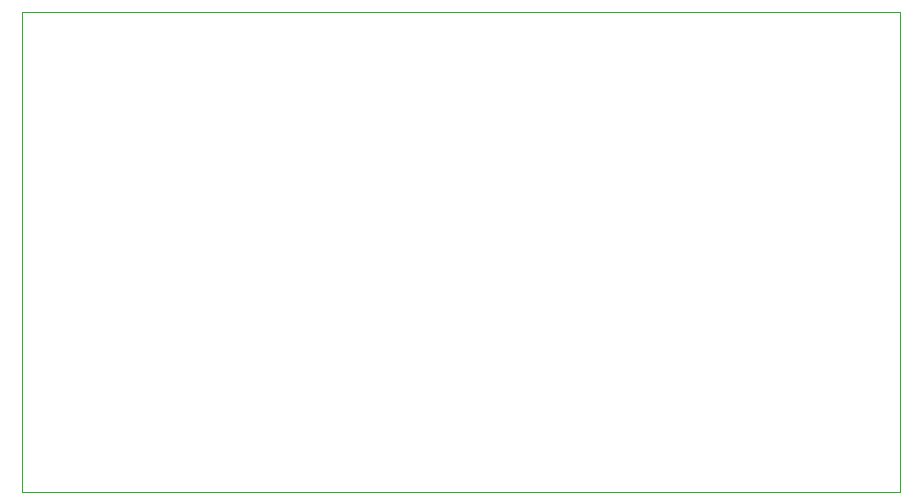
<source format=gbr>
%TF.GenerationSoftware,KiCad,Pcbnew,(5.1.9)-1*%
%TF.CreationDate,2021-05-12T14:49:38+07:00*%
%TF.ProjectId,finalProject,66696e61-6c50-4726-9f6a-6563742e6b69,rev?*%
%TF.SameCoordinates,Original*%
%TF.FileFunction,Profile,NP*%
%FSLAX46Y46*%
G04 Gerber Fmt 4.6, Leading zero omitted, Abs format (unit mm)*
G04 Created by KiCad (PCBNEW (5.1.9)-1) date 2021-05-12 14:49:38*
%MOMM*%
%LPD*%
G01*
G04 APERTURE LIST*
%TA.AperFunction,Profile*%
%ADD10C,0.050000*%
%TD*%
G04 APERTURE END LIST*
D10*
X178435000Y-72390000D02*
X178435000Y-113030000D01*
X104140000Y-72390000D02*
X178435000Y-72390000D01*
X104140000Y-113030000D02*
X104140000Y-72390000D01*
X178435000Y-113030000D02*
X104140000Y-113030000D01*
M02*

</source>
